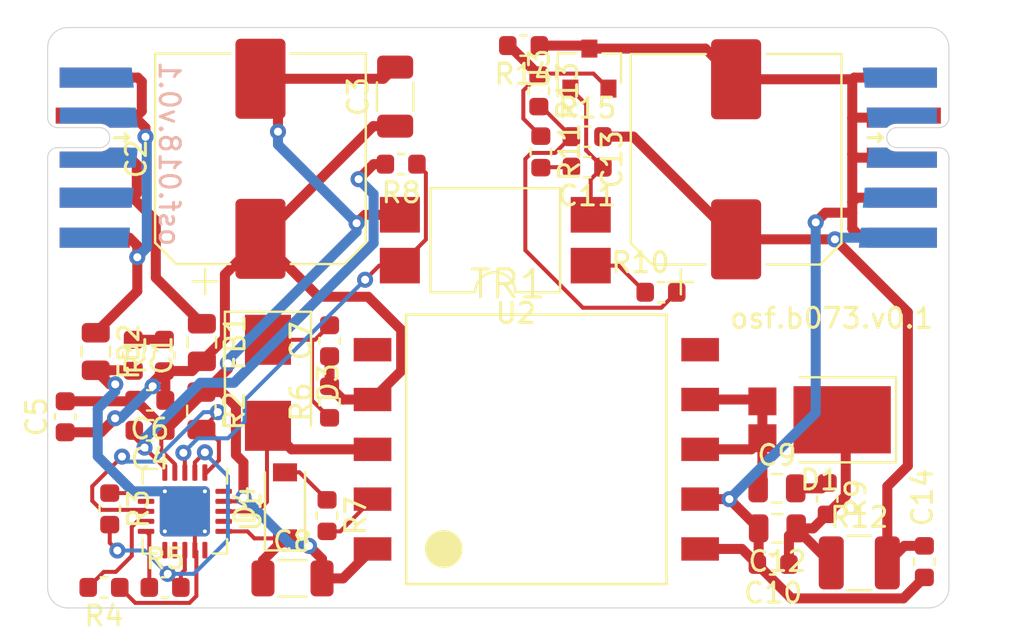
<source format=kicad_pcb>
(kicad_pcb (version 20211014) (generator pcbnew)
  (layers (0 "F.Cu" signal) (31 "B.Cu" signal) (34 "B.Paste" user) (35 "F.Paste" user) (36 "B.SilkS" user "B.Silkscreen") (37 "F.SilkS" user "F.Silkscreen") (38 "B.Mask" user) (39 "F.Mask" user) (44 "Edge.Cuts" user))
  (net 0 "")
  (net 1 "GND")
  (net 2 "Net-(C1-Pad1)")
  (net 3 "Net-(C1-Pad2)")
  (net 4 "/dcdc/48V")
  (net 5 "Net-(C2-Pad1)")
  (net 12 "/dcdc/GND2")
  (net 15 "/dcdc/5V")
  (net 18 "VSS")
  (net 19 "VDD")
  (net 20 "Net-(C7-Pad2)")
  (net 21 "Net-(C8-Pad1)")
  (net 22 "Net-(C9-Pad1)")
  (net 23 "Net-(C9-Pad2)")
  (net 24 "Net-(C10-Pad1)")
  (net 25 "Net-(C11-Pad1)")
  (net 26 "Net-(C11-Pad2)")
  (net 27 "Net-(R2-Pad2)")
  (net 28 "Net-(R3-Pad1)")
  (net 29 "Net-(R3-Pad2)")
  (net 30 "Net-(R4-Pad2)")
  (net 31 "Net-(R5-Pad1)")
  (net 32 "Net-(D4-Pad2)")
  (net 33 "Net-(R7-Pad2)")
  (net 34 "/dcdc/erout")
  (net 35 "Net-(R10-Pad1)")
  (net 36 "Net-(R10-Pad2)")
  (net 37 "Net-(R11-Pad1)")
  (net 38 "Net-(D3-Pad2)")
  (footprint "Resistor_SMD:R_0603_1608Metric" (layer "F.Cu") (at 143.95 108.3875 -90)
    (fp_text reference "R7")
    (fp_text value "0R")
  )
  (footprint "Resistor_SMD:R_0603_1608Metric" (layer "F.Cu") (at 154.525 87.1625 -90)
    (fp_text reference "R13")
    (fp_text value "36.5k")
  )
  (footprint "Resistor_SMD:R_0603_1608Metric" (layer "F.Cu") (at 147.65 90.825 180)
    (fp_text reference "R8")
    (fp_text value "4.7k")
  )
  (footprint "Diode_SMD:D_SMB" (layer "F.Cu") (at 141 101.75 -90)
    (fp_text reference "D3")
    (fp_text value "S1B")
  )
  (footprint "Capacitor_SMD:C_0603_1608Metric" (layer "F.Cu") (at 135.1 102.625 180)
    (fp_text reference "C6")
    (fp_text value "10nF")
  )
  (footprint "Inductor_SMD:L_0805_2012Metric" (layer "F.Cu") (at 137.7 99.7375 -90)
    (fp_text reference "FB1")
    (fp_text value "700R")
  )
  (footprint "on_edge:on_edge_2x05_device" (layer "F.Cu") (at 130 90.5 -90)
    (fp_text reference "J1")
    (fp_text value "013_PoE_rectified")
    (fp_line (start -0.5 -0.5) (end -0.5 -2.6) (layer "Edge.Cuts") (width 0.05))
    (fp_line (start 0 0) (end 4 0) (layer "Edge.Cuts") (width 0.05))
    (fp_line (start -4 0) (end -2 0) (layer "Edge.Cuts") (width 0.05))
    (fp_line (start -1.5 -2.6) (end -1.5 -0.5) (layer "Edge.Cuts") (width 0.05))
    (fp_arc (start -1.5 -0.5) (mid -1.646447 -0.146447) (end -2 0) (layer "Edge.Cuts") (width 0.05))
    (fp_arc (start -1.5 -2.6) (mid -1 -3.1) (end -0.5 -2.6) (layer "Edge.Cuts") (width 0.05))
    (fp_arc (start 0 0) (mid -0.353553 -0.146447) (end -0.5 -0.5) (layer "Edge.Cuts") (width 0.05))
  )
  (footprint "parts:EP13_SMT_H_10PIN_(2381)" (layer "F.Cu") (at 154.4 105.075)
    (fp_text reference "TR1")
    (fp_text value "749119950")
  )
  (footprint "Capacitor_SMD:C_0603_1608Metric" (layer "F.Cu") (at 156.9375 90.975 180)
    (fp_text reference "C11")
    (fp_text value "1.5nF")
  )
  (footprint "Capacitor_SMD:C_0805_2012Metric" (layer "F.Cu") (at 166.4375 109.025 180)
    (fp_text reference "C12")
    (fp_text value "100uF")
  )
  (footprint "Resistor_SMD:R_0603_1608Metric" (layer "F.Cu") (at 153.7625 84.9 180)
    (fp_text reference "R14")
    (fp_text value "12.1k")
  )
  (footprint "Resistor_SMD:R_0603_1608Metric" (layer "F.Cu") (at 144.075 102.7125 90)
    (fp_text reference "R6")
    (fp_text value "82k")
  )
  (footprint "Resistor_SMD:R_0603_1608Metric" (layer "F.Cu") (at 160.625 97.225)
    (fp_text reference "R10")
    (fp_text value "360R")
  )
  (footprint "Capacitor_SMD:C_0603_1608Metric" (layer "F.Cu") (at 166.225 110.825 180)
    (fp_text reference "C10")
    (fp_text value "1uF")
  )
  (footprint "Resistor_SMD:R_0603_1608Metric" (layer "F.Cu") (at 135.8625 111.975)
    (fp_text reference "R5")
    (fp_text value "88.7k")
  )
  (footprint "on_edge:on_edge_2x05_host" (layer "F.Cu") (at 175 90.5 -90)
    (fp_text reference "J2")
    (fp_text value "003_power")
    (fp_line (start -4 0) (end -2 0) (layer "Edge.Cuts") (width 0.05))
    (fp_line (start -1.5 0.5) (end -1.5 2.6) (layer "Edge.Cuts") (width 0.05))
    (fp_line (start 0 0) (end 4 0) (layer "Edge.Cuts") (width 0.05))
    (fp_line (start -0.5 2.6) (end -0.5 0.5) (layer "Edge.Cuts") (width 0.05))
    (fp_arc (start -0.5 0.5) (mid -0.353553 0.146447) (end 0 0) (layer "Edge.Cuts") (width 0.05))
    (fp_arc (start -2 0) (mid -1.646447 0.146447) (end -1.5 0.5) (layer "Edge.Cuts") (width 0.05))
    (fp_arc (start -0.5 2.6) (mid -1 3.1) (end -1.5 2.6) (layer "Edge.Cuts") (width 0.05))
  )
  (footprint "Capacitor_SMD:C_1206_3216Metric" (layer "F.Cu") (at 142.225 111.525)
    (fp_text reference "C8")
    (fp_text value "1uF")
  )
  (footprint "Capacitor_SMD:C_0603_1608Metric" (layer "F.Cu") (at 130.875 103.45 90)
    (fp_text reference "C5")
    (fp_text value "100nF")
  )
  (footprint "Package_DFN_QFN:QFN-20-1EP_4x4mm_P0.5mm_EP2.5x2.5mm_ThermalVias" (layer "F.Cu") (at 136.85 108.175 -90)
    (fp_text reference "U1")
    (fp_text value "Si3404")
  )
  (footprint "Resistor_SMD:R_0603_1608Metric" (layer "F.Cu") (at 135.825 100.375 90)
    (fp_text reference "R1")
    (fp_text value "3R")
  )
  (footprint "Resistor_SMD:R_0603_1608Metric" (layer "F.Cu") (at 133.1 108.05 -90)
    (fp_text reference "R3")
    (fp_text value "24.3k")
  )
  (footprint "Capacitor_SMD:CP_Elec_10x10" (layer "F.Cu") (at 164.375 90.5825 90)
    (fp_text reference "C13")
    (fp_text value "560uF")
  )
  (footprint "Resistor_SMD:R_0603_1608Metric" (layer "F.Cu") (at 132.8125 111.975 180)
    (fp_text reference "R4")
    (fp_text value "48.7")
  )
  (footprint "Inductor_SMD:L_0805_2012Metric" (layer "F.Cu") (at 132.4 100.1875 -90)
    (fp_text reference "FB2")
    (fp_text value "700R")
  )
  (footprint "Resistor_SMD:R_0603_1608Metric" (layer "F.Cu") (at 168.925 107.5375 -90)
    (fp_text reference "R9")
    (fp_text value "8.2R")
  )
  (footprint "Capacitor_SMD:C_0603_1608Metric" (layer "F.Cu") (at 134.275 100.375 -90)
    (fp_text reference "C1")
    (fp_text value "100nF")
  )
  (footprint "Capacitor_SMD:C_0603_1608Metric" (layer "F.Cu") (at 135.1125 104.125 180)
    (fp_text reference "C4")
    (fp_text value "100nF")
  )
  (footprint "Capacitor_SMD:C_0603_1608Metric" (layer "F.Cu") (at 173.775 110.6875 -90)
    (fp_text reference "C14")
    (fp_text value "1uF")
  )
  (footprint "Package_TO_SOT_SMD:SOT-23" (layer "F.Cu") (at 157.05 86.05 90)
    (fp_text reference "U3")
    (fp_text value "TLV431")
  )
  (footprint "Capacitor_SMD:C_0603_1608Metric" (layer "F.Cu") (at 144.075 99.65 90)
    (fp_text reference "C7")
    (fp_text value "10nF")
  )
  (footprint "Diode_SMD:D_PowerDI-5" (layer "F.Cu") (at 168.55 103.6 180)
    (fp_text reference "D1")
    (fp_text value "SDT10A45P5")
  )
  (footprint "Package_DIP:SMDIP-4_W9.53mm" (layer "F.Cu") (at 152.35 94.625 180)
    (fp_text reference "U2")
    (fp_text value "FOD817A3SD")
  )
  (footprint "Capacitor_SMD:CP_Elec_10x10" (layer "F.Cu") (at 140.625 90.5575 90)
    (fp_text reference "C2")
    (fp_text value "10uF")
  )
  (footprint "Resistor_SMD:R_0603_1608Metric" (layer "F.Cu") (at 156.9375 89.45)
    (fp_text reference "R15")
    (fp_text value "0R")
  )
  (footprint "Capacitor_SMD:C_0805_2012Metric" (layer "F.Cu") (at 166.4125 107.025)
    (fp_text reference "C9")
    (fp_text value "1.5nF")
  )
  (footprint "Resistor_SMD:R_0805_2012Metric" (layer "F.Cu") (at 137.675 103.15 -90)
    (fp_text reference "R2")
    (fp_text value "0.62R")
  )
  (footprint "Resistor_SMD:R_1210_3225Metric" (layer "F.Cu") (at 170.525 110.75)
    (fp_text reference "R12")
    (fp_text value "0R")
  )
  (footprint "Capacitor_SMD:C_1206_3216Metric" (layer "F.Cu") (at 147.35 87.45 90)
    (fp_text reference "C3")
    (fp_text value "1uF")
  )
  (footprint "Resistor_SMD:R_0603_1608Metric" (layer "F.Cu") (at 154.625 90.2125 -90)
    (fp_text reference "R11")
    (fp_text value "0R")
  )
  (footprint "Diode_SMD:D_SOD-123" (layer "F.Cu") (at 141.85 107.875 90)
    (fp_text reference "D4")
    (fp_text value "1N4148W")
  )
  (gr_line (start 130 86.5) (end 130 85) (layer "Edge.Cuts") (width 0.05))
  (gr_line (start 175 86.5) (end 175 85) (layer "Edge.Cuts") (width 0.05))
  (gr_line (start 174 84) (end 150 84) (layer "Edge.Cuts") (width 0.05))
  (gr_line (start 174.999999 110.499999) (end 175 94.5) (layer "Edge.Cuts") (width 0.05))
  (gr_line (start 173.999999 112.999999) (end 131 113) (layer "Edge.Cuts") (width 0.05))
  (gr_arc (start 130 85) (mid 130.292893 84.292893) (end 131 84) (layer "Edge.Cuts") (width 0.05))
  (gr_line (start 131 84) (end 150 84) (layer "Edge.Cuts") (width 0.05))
  (gr_arc (start 174 84) (mid 174.707107 84.292893) (end 175 85) (layer "Edge.Cuts") (width 0.05))
  (gr_line (start 174.999999 111.999999) (end 174.999999 110.499999) (layer "Edge.Cuts") (width 0.05))
  (gr_line (start 130 112) (end 130 94.5) (layer "Edge.Cuts") (width 0.05))
  (gr_arc (start 174.999999 111.999999) (mid 174.707106 112.707106) (end 173.999999 112.999999) (layer "Edge.Cuts") (width 0.05))
  (gr_arc (start 131 113) (mid 130.292893 112.707107) (end 130 112) (layer "Edge.Cuts") (width 0.05))
  (gr_text "osf.018.v0.1" (at 136.075 90.3 270) (layer "B.SilkS") (effects (font (size 1 1)) (justify mirror)))
  (gr_text "osf.b073.v0.1" (at 169.15 98.525) (layer "F.SilkS") (effects (font (size 1 1))))
  (segment (start 134.475 95.475) (end 134.475 94.9) (width 0.5) (layer "F.Cu") (net 1))
  (segment (start 134.375 88.5) (end 134.883791 89.008791) (width 0.5) (layer "F.Cu") (net 1))
  (segment (start 134.475 97.175) (end 134.475 95.475) (width 0.5) (layer "F.Cu") (net 1))
  (segment (start 134.883791 89.008791) (end 134.883791 89.460549) (width 0.5) (layer "F.Cu") (net 1))
  (segment (start 134.475 94.9) (end 134.075 94.5) (width 0.5) (layer "F.Cu") (net 1))
  (segment (start 134.375 88.5) (end 134.7 88.175) (width 0.5) (layer "F.Cu") (net 1))
  (segment (start 134.7 86.7) (end 134.5 86.5) (width 0.5) (layer "F.Cu") (net 1))
  (segment (start 134.075 94.5) (end 132.35 94.5) (width 0.5) (layer "F.Cu") (net 1))
  (segment (start 134.5 86.5) (end 132.35 86.5) (width 0.5) (layer "F.Cu") (net 1))
  (segment (start 134.7 88.175) (end 134.7 86.7) (width 0.5) (layer "F.Cu") (net 1))
  (segment (start 133.6 88.5) (end 134.375 88.5) (width 0.5) (layer "F.Cu") (net 1))
  (segment (start 132.4 99.25) (end 134.475 97.175) (width 0.5) (layer "F.Cu") (net 1))
  (via (at 134.883791 89.460549) (size 0.8) (drill 0.4) (layers "F.Cu" "B.Cu") (net 1))
  (via (at 134.475 95.475) (size 0.8) (drill 0.4) (layers "F.Cu" "B.Cu") (net 1))
  (segment (start 134.94952 95.00048) (end 134.475 95.475) (width 0.5) (layer "B.Cu") (net 1))
  (segment (start 134.94952 89.526278) (end 134.94952 95.00048) (width 0.5) (layer "B.Cu") (net 1))
  (segment (start 134.883791 89.460549) (end 134.94952 89.526278) (width 0.5) (layer "B.Cu") (net 1))
  (segment (start 134.275 99.6) (end 135.8125 99.6) (width 0.5) (layer "F.Cu") (net 2))
  (segment (start 135.8125 99.6) (end 135.825 99.5875) (width 0.5) (layer "F.Cu") (net 2))
  (segment (start 134.37452 112.74952) (end 137.083424 112.74952) (width 0.2) (layer "F.Cu") (net 3))
  (segment (start 137.35 108.675) (end 136.85 108.175) (width 0.2) (layer "F.Cu") (net 3))
  (segment (start 134.25 101.125) (end 134.275 101.15) (width 0.5) (layer "F.Cu") (net 3))
  (segment (start 137.35 110.1125) (end 137.35 108.675) (width 0.2) (layer "F.Cu") (net 3))
  (segment (start 137.083424 112.74952) (end 137.42548 112.407464) (width 0.2) (layer "F.Cu") (net 3))
  (segment (start 137.42548 110.18798) (end 137.35 110.1125) (width 0.2) (layer "F.Cu") (net 3))
  (segment (start 133.6 111.975) (end 134.37452 112.74952) (width 0.2) (layer "F.Cu") (net 3))
  (segment (start 133.374051 101.8255) (end 133.1005 101.8255) (width 0.5) (layer "F.Cu") (net 3))
  (segment (start 133.1005 101.8255) (end 132.4 101.125) (width 0.5) (layer "F.Cu") (net 3))
  (segment (start 132.4 101.125) (end 134.25 101.125) (width 0.5) (layer "F.Cu") (net 3))
  (segment (start 137.42548 112.407464) (end 137.42548 110.18798) (width 0.2) (layer "F.Cu") (net 3))
  (via (at 133.374051 101.8255) (size 0.8) (drill 0.4) (layers "F.Cu" "B.Cu") (net 3))
  (segment (start 135.85 107.175) (end 134.248609 107.175) (width 0.5) (layer "B.Cu") (net 3))
  (segment (start 132.5 103.05) (end 133.374051 102.175949) (width 0.5) (layer "B.Cu") (net 3))
  (segment (start 132.5 105.426391) (end 132.5 103.05) (width 0.5) (layer "B.Cu") (net 3))
  (segment (start 133.374051 102.175949) (end 133.374051 101.8255) (width 0.5) (layer "B.Cu") (net 3))
  (segment (start 134.248609 107.175) (end 132.5 105.426391) (width 0.5) (layer "B.Cu") (net 3))
  (segment (start 134.45 90.85) (end 134.45 92.3) (width 0.5) (layer "F.Cu") (net 4))
  (segment (start 134.25 92.5) (end 132.35 92.5) (width 0.5) (layer "F.Cu") (net 4))
  (segment (start 135.4 93.65) (end 134.25 92.5) (width 0.5) (layer "F.Cu") (net 4))
  (segment (start 133.6 90.5) (end 134.1 90.5) (width 0.5) (layer "F.Cu") (net 4))
  (segment (start 137.7 98.8) (end 135.4 96.5) (width 0.5) (layer "F.Cu") (net 4))
  (segment (start 135.4 96.5) (end 135.4 93.65) (width 0.5) (layer "F.Cu") (net 4))
  (segment (start 134.1 90.5) (end 134.45 90.85) (width 0.5) (layer "F.Cu") (net 4))
  (segment (start 134.45 92.3) (end 134.25 92.5) (width 0.5) (layer "F.Cu") (net 4))
  (segment (start 147.35 88.925) (end 146.2575 88.925) (width 0.5) (layer "F.Cu") (net 5))
  (segment (start 144.075 100.425) (end 144.075 101.925) (width 0.5) (layer "F.Cu") (net 5))
  (segment (start 135.24061 101.74689) (end 135.825 101.1625) (width 0.5) (layer "F.Cu") (net 5))
  (segment (start 144.7358 102.5858) (end 144.075 101.925) (width 0.5) (layer "F.Cu") (net 5))
  (segment (start 132.663439 104.225) (end 130.875 104.225) (width 0.5) (layer "F.Cu") (net 5))
  (segment (start 140.625 94.5575) (end 143.517011 97.449511) (width 0.5) (layer "F.Cu") (net 5))
  (segment (start 147.65 101.157) (end 146.2212 102.5858) (width 0.5) (layer "F.Cu") (net 5))
  (segment (start 135.875 101.2125) (end 135.825 101.1625) (width 0.5) (layer "F.Cu") (net 5))
  (segment (start 147.65 99.102378) (end 147.65 101.157) (width 0.5) (layer "F.Cu") (net 5))
  (segment (start 138.84952 96.33298) (end 140.625 94.5575) (width 0.5) (layer "F.Cu") (net 5))
  (segment (start 135.875 102.625) (end 135.875 101.2125) (width 0.5) (layer "F.Cu") (net 5))
  (segment (start 135.825 101.1625) (end 137.2125 101.1625) (width 0.5) (layer "F.Cu") (net 5))
  (segment (start 137.7 100.675) (end 138.84952 99.52548) (width 0.5) (layer "F.Cu") (net 5))
  (segment (start 145.997133 97.449511) (end 147.65 99.102378) (width 0.5) (layer "F.Cu") (net 5))
  (segment (start 143.517011 97.449511) (end 145.997133 97.449511) (width 0.5) (layer "F.Cu") (net 5))
  (segment (start 146.2212 102.5858) (end 144.7358 102.5858) (width 0.5) (layer "F.Cu") (net 5))
  (segment (start 133.363939 103.5245) (end 132.663439 104.225) (width 0.5) (layer "F.Cu") (net 5))
  (segment (start 137.2125 101.1625) (end 137.7 100.675) (width 0.5) (layer "F.Cu") (net 5))
  (segment (start 138.84952 99.52548) (end 138.84952 96.33298) (width 0.5) (layer "F.Cu") (net 5))
  (segment (start 146.2575 88.925) (end 140.625 94.5575) (width 0.5) (layer "F.Cu") (net 5))
  (segment (start 135.24061 101.924602) (end 135.24061 101.74689) (width 0.5) (layer "F.Cu") (net 5))
  (via (at 135.24061 101.924602) (size 0.8) (drill 0.4) (layers "F.Cu" "B.Cu") (net 5))
  (via (at 133.363939 103.5245) (size 0.8) (drill 0.4) (layers "F.Cu" "B.Cu") (net 5))
  (segment (start 133.640712 103.5245) (end 135.24061 101.924602) (width 0.5) (layer "B.Cu") (net 5))
  (segment (start 133.363939 103.5245) (end 133.640712 103.5245) (width 0.5) (layer "B.Cu") (net 5))
  (segment (start 172.65 94.5) (end 170.625 94.5) (width 0.5) (layer "F.Cu") (net 12))
  (segment (start 170.175 93.25) (end 170.175 92.725) (width 0.5) (layer "F.Cu") (net 12))
  (segment (start 170.35 90.5) (end 170.175 90.325) (width 0.5) (layer "F.Cu") (net 12))
  (segment (start 156.9 84.9) (end 157.05 85.05) (width 0.5) (layer "F.Cu") (net 12))
  (segment (start 165.5 109.025) (end 165.5 110.7625) (width 0.5) (layer "F.Cu") (net 12))
  (segment (start 165.5 110.7625) (end 165.4375 110.825) (width 0.5) (layer "F.Cu") (net 12))
  (segment (start 164.0392 107.5642) (end 165.5 109.025) (width 0.5) (layer "F.Cu") (net 12))
  (segment (start 170.175 90.325) (end 170.175 88.525) (width 0.5) (layer "F.Cu") (net 12))
  (segment (start 157.05 85.05) (end 162.8425 85.05) (width 0.5) (layer "F.Cu") (net 12))
  (segment (start 170.175 88.525) (end 170.175 86.6) (width 0.5) (layer "F.Cu") (net 12))
  (segment (start 171.4 88.5) (end 170.2 88.5) (width 0.5) (layer "F.Cu") (net 12))
  (segment (start 170.1575 86.5825) (end 170.175 86.6) (width 0.5) (layer "F.Cu") (net 12))
  (segment (start 172.65 92.5) (end 170.4 92.5) (width 0.5) (layer "F.Cu") (net 12))
  (segment (start 172.72548 112.52452) (end 167.13702 112.52452) (width 0.5) (layer "F.Cu") (net 12))
  (segment (start 170.4 92.5) (end 170.175 92.725) (width 0.5) (layer "F.Cu") (net 12))
  (segment (start 171.4 90.5) (end 170.35 90.5) (width 0.5) (layer "F.Cu") (net 12))
  (segment (start 167.13702 112.52452) (end 165.4375 110.825) (width 0.5) (layer "F.Cu") (net 12))
  (segment (start 162.8425 85.05) (end 164.375 86.5825) (width 0.5) (layer "F.Cu") (net 12))
  (segment (start 154.55 84.9) (end 156.9 84.9) (width 0.5) (layer "F.Cu") (net 12))
  (segment (start 170.625 94.5) (end 170.175 94.05) (width 0.5) (layer "F.Cu") (net 12))
  (segment (start 170.2 88.5) (end 170.175 88.525) (width 0.5) (layer "F.Cu") (net 12))
  (segment (start 170.175 86.6) (end 170.275 86.5) (width 0.5) (layer "F.Cu") (net 12))
  (segment (start 164.6659 110.0534) (end 165.4375 110.825) (width 0.5) (layer "F.Cu") (net 12))
  (segment (start 170.175 92.725) (end 170.175 90.325) (width 0.5) (layer "F.Cu") (net 12))
  (segment (start 170.275 86.5) (end 172.65 86.5) (width 0.5) (layer "F.Cu") (net 12))
  (segment (start 164.375 86.5825) (end 170.1575 86.5825) (width 0.5) (layer "F.Cu") (net 12))
  (segment (start 173.775 111.475) (end 172.72548 112.52452) (width 0.5) (layer "F.Cu") (net 12))
  (segment (start 170.175 94.05) (end 170.175 93.25) (width 0.5) (layer "F.Cu") (net 12))
  (segment (start 170.175 93.25) (end 168.833 93.25) (width 0.5) (layer "F.Cu") (net 12))
  (segment (start 162.5788 110.0534) (end 164.6659 110.0534) (width 0.5) (layer "F.Cu") (net 12))
  (segment (start 168.833 93.25) (end 168.35 93.733) (width 0.5) (layer "F.Cu") (net 12))
  (segment (start 162.5788 107.5642) (end 164.0392 107.5642) (width 0.5) (layer "F.Cu") (net 12))
  (via (at 164.0392 107.5642) (size 0.8) (drill 0.4) (layers "F.Cu" "B.Cu") (net 12))
  (via (at 168.35 93.733) (size 0.8) (drill 0.4) (layers "F.Cu" "B.Cu") (net 12))
  (segment (start 168.35 93.733) (end 168.35 103.2534) (width 0.5) (layer "B.Cu") (net 12))
  (segment (start 168.35 103.2534) (end 164.0392 107.5642) (width 0.5) (layer "B.Cu") (net 12))
  (segment (start 171.925 106.925) (end 172.95 105.9) (width 0.5) (layer "F.Cu") (net 15))
  (segment (start 157.725 89.45) (end 159.2425 89.45) (width 0.5) (layer "F.Cu") (net 15))
  (segment (start 172.95 98.225) (end 169.3075 94.5825) (width 0.5) (layer "F.Cu") (net 15))
  (segment (start 173.775 109.9) (end 172.775 109.9) (width 0.5) (layer "F.Cu") (net 15))
  (segment (start 172.95 105.9) (end 172.95 98.225) (width 0.5) (layer "F.Cu") (net 15))
  (segment (start 172.775 109.9) (end 171.925 110.75) (width 0.5) (layer "F.Cu") (net 15))
  (segment (start 171.925 110.75) (end 171.925 106.925) (width 0.5) (layer "F.Cu") (net 15))
  (segment (start 159.2425 89.45) (end 164.375 94.5825) (width 0.5) (layer "F.Cu") (net 15))
  (segment (start 169.3075 94.5825) (end 164.375 94.5825) (width 0.5) (layer "F.Cu") (net 15))
  (via (at 169.3075 94.5825) (size 0.8) (drill 0.4) (layers "F.Cu" "B.Cu") (net 15))
  (segment (start 169.39 94.5) (end 169.3075 94.5825) (width 0.5) (layer "B.Cu") (net 15))
  (segment (start 172.5 94.5) (end 169.39 94.5) (width 0.5) (layer "B.Cu") (net 15))
  (segment (start 138.9995 101.055931) (end 137.842931 102.2125) (width 0.5) (layer "F.Cu") (net 18))
  (segment (start 130.875 102.675) (end 134.275 102.675) (width 0.5) (layer "F.Cu") (net 18))
  (segment (start 145.845 93.355) (end 145.425 93.775) (width 0.5) (layer "F.Cu") (net 18))
  (segment (start 143.7 111.525) (end 143.7 110.550498) (width 0.5) (layer "F.Cu") (net 18))
  (segment (start 146.7675 86.5575) (end 147.35 85.975) (width 0.5) (layer "F.Cu") (net 18))
  (segment (start 135.675 104.35) (end 135.9 104.125) (width 0.2) (layer "F.Cu") (net 18))
  (segment (start 139.4 102.921997) (end 139.4 105.349511) (width 0.5) (layer "F.Cu") (net 18))
  (segment (start 136.35 105.813027) (end 135.675 105.138027) (width 0.2) (layer "F.Cu") (net 18))
  (segment (start 141.5 87.4325) (end 140.625 86.5575) (width 0.5) (layer "F.Cu") (net 18))
  (segment (start 137.675 102.2125) (end 138.690503 102.2125) (width 0.5) (layer "F.Cu") (net 18))
  (segment (start 140.625 86.5575) (end 146.7675 86.5575) (width 0.5) (layer "F.Cu") (net 18))
  (segment (start 134.4 102.625) (end 135.9 104.125) (width 0.5) (layer "F.Cu") (net 18))
  (segment (start 138.9995 100.775) (end 138.9995 101.055931) (width 0.5) (layer "F.Cu") (net 18))
  (segment (start 141.5 89.2) (end 141.5 87.4325) (width 0.5) (layer "F.Cu") (net 18))
  (segment (start 139.775 105.724511) (end 139.775 107.4755) (width 0.5) (layer "F.Cu") (net 18))
  (segment (start 138.690503 102.2125) (end 139.4 102.921997) (width 0.5) (layer "F.Cu") (net 18))
  (segment (start 139.5755 107.675) (end 139.775 107.4755) (width 0.2) (layer "F.Cu") (net 18))
  (segment (start 137.842931 102.2125) (end 137.675 102.2125) (width 0.5) (layer "F.Cu") (net 18))
  (segment (start 143.7 110.550498) (end 143.049502 109.9) (width 0.5) (layer "F.Cu") (net 18))
  (segment (start 134.275 102.675) (end 134.325 102.625) (width 0.5) (layer "F.Cu") (net 18))
  (segment (start 137.675 102.35) (end 135.9 104.125) (width 0.5) (layer "F.Cu") (net 18))
  (segment (start 139.4 105.349511) (end 139.775 105.724511) (width 0.5) (layer "F.Cu") (net 18))
  (segment (start 137.675 102.2125) (end 137.675 102.35) (width 0.5) (layer "F.Cu") (net 18))
  (segment (start 135.675 105.138027) (end 135.675 104.35) (width 0.2) (layer "F.Cu") (net 18))
  (segment (start 147.585 93.355) (end 145.845 93.355) (width 0.5) (layer "F.Cu") (net 18))
  (segment (start 143.7 111.525) (end 144.7496 111.525) (width 0.5) (layer "F.Cu") (net 18))
  (segment (start 134.325 102.625) (end 134.4 102.625) (width 0.5) (layer "F.Cu") (net 18))
  (segment (start 136.35 106.2375) (end 136.35 105.813027) (width 0.2) (layer "F.Cu") (net 18))
  (segment (start 138.7875 107.675) (end 139.5755 107.675) (width 0.2) (layer "F.Cu") (net 18))
  (segment (start 144.7496 111.525) (end 146.2212 110.0534) (width 0.5) (layer "F.Cu") (net 18))
  (via (at 141.5 89.2) (size 0.8) (drill 0.4) (layers "F.Cu" "B.Cu") (net 18))
  (via (at 145.425 93.775) (size 0.8) (drill 0.4) (layers "F.Cu" "B.Cu") (net 18))
  (via (at 138.9995 100.775) (size 0.8) (drill 0.4) (layers "F.Cu" "B.Cu") (net 18))
  (via (at 143.049502 109.9) (size 0.8) (drill 0.4) (layers "F.Cu" "B.Cu") (net 18))
  (via (at 139.775 107.4755) (size 0.8) (drill 0.4) (layers "F.Cu" "B.Cu") (net 18))
  (segment (start 141.5 89.85) (end 141.5 89.2) (width 0.5) (layer "B.Cu") (net 18))
  (segment (start 142.1995 109.9) (end 139.775 107.4755) (width 0.5) (layer "B.Cu") (net 18))
  (segment (start 138.9995 100.6255) (end 145.425 94.2) (width 0.5) (layer "B.Cu") (net 18))
  (segment (start 145.425 94.2) (end 145.425 93.775) (width 0.5) (layer "B.Cu") (net 18))
  (segment (start 138.9995 100.775) (end 138.9995 100.6255) (width 0.5) (layer "B.Cu") (net 18))
  (segment (start 143.049502 109.9) (end 142.1995 109.9) (width 0.5) (layer "B.Cu") (net 18))
  (segment (start 145.425 93.775) (end 141.5 89.85) (width 0.5) (layer "B.Cu") (net 18))
  (segment (start 146.275 90.825) (end 145.525 91.575) (width 0.5) (layer "F.Cu") (net 19))
  (segment (start 135.85 106.2375) (end 135.85 106) (width 0.2) (layer "F.Cu") (net 19))
  (segment (start 134.325 104.475) (end 134.325 104.125) (width 0.2) (layer "F.Cu") (net 19))
  (segment (start 135.85 106) (end 134.8375 104.9875) (width 0.2) (layer "F.Cu") (net 19))
  (segment (start 146.8625 90.825) (end 146.275 90.825) (width 0.5) (layer "F.Cu") (net 19))
  (segment (start 134.8375 104.9875) (end 134.325 104.475) (width 0.2) (layer "F.Cu") (net 19))
  (via (at 134.8375 104.9875) (size 0.8) (drill 0.4) (layers "F.Cu" "B.Cu") (net 19))
  (via (at 145.525 91.575) (size 0.8) (drill 0.4) (layers "F.Cu" "B.Cu") (net 19))
  (segment (start 139.299881 101.75) (end 137.625 101.75) (width 0.5) (layer "B.Cu") (net 19))
  (segment (start 146.274511 94.77537) (end 139.299881 101.75) (width 0.5) (layer "B.Cu") (net 19))
  (segment (start 145.525 91.575) (end 146.274511 92.324511) (width 0.5) (layer "B.Cu") (net 19))
  (segment (start 134.8375 104.5375) (end 134.8375 104.9875) (width 0.5) (layer "B.Cu") (net 19))
  (segment (start 137.625 101.75) (end 134.8375 104.5375) (width 0.5) (layer "B.Cu") (net 19))
  (segment (start 146.274511 92.324511) (end 146.274511 94.77537) (width 0.5) (layer "B.Cu") (net 19))
  (segment (start 143.2 102.625) (end 143.2 99.6) (width 0.2) (layer "F.Cu") (net 20))
  (segment (start 144.075 103.5) (end 143.2 102.625) (width 0.2) (layer "F.Cu") (net 20))
  (segment (start 143.35 99.6) (end 144.075 98.875) (width 0.2) (layer "F.Cu") (net 20))
  (segment (start 143.2 99.6) (end 143.35 99.6) (width 0.2) (layer "F.Cu") (net 20))
  (segment (start 141 99.6) (end 143.2 99.6) (width 0.2) (layer "F.Cu") (net 20))
  (segment (start 138.7875 109.175) (end 139.975 109.175) (width 0.2) (layer "F.Cu") (net 21))
  (segment (start 140.75 110.625) (end 141.85 109.525) (width 0.5) (layer "F.Cu") (net 21))
  (segment (start 139.975 109.175) (end 140.325 109.525) (width 0.2) (layer "F.Cu") (net 21))
  (segment (start 140.75 111.525) (end 140.75 110.625) (width 0.5) (layer "F.Cu") (net 21))
  (segment (start 140.325 109.525) (end 141.85 109.525) (width 0.2) (layer "F.Cu") (net 21))
  (segment (start 165.688 106.812) (end 165.475 107.025) (width 0.5) (layer "F.Cu") (net 22))
  (segment (start 165.133 105.075) (end 165.688 104.52) (width 0.5) (layer "F.Cu") (net 22))
  (segment (start 162.5788 105.075) (end 165.133 105.075) (width 0.5) (layer "F.Cu") (net 22))
  (segment (start 162.5788 102.5858) (end 165.5938 102.5858) (width 0.5) (layer "F.Cu") (net 22))
  (segment (start 165.688 104.52) (end 165.688 106.812) (width 0.5) (layer "F.Cu") (net 22))
  (segment (start 165.5938 102.5858) (end 165.688 102.68) (width 0.5) (layer "F.Cu") (net 22))
  (segment (start 165.688 102.68) (end 165.688 104.52) (width 0.5) (layer "F.Cu") (net 22))
  (segment (start 167.35 107.025) (end 168.65 107.025) (width 0.5) (layer "F.Cu") (net 23))
  (segment (start 168.65 107.025) (end 168.925 106.75) (width 0.5) (layer "F.Cu") (net 23))
  (segment (start 167.0125 109.3875) (end 167.375 109.025) (width 0.5) (layer "F.Cu") (net 24))
  (segment (start 167.0125 110.825) (end 167.0125 109.3875) (width 0.5) (layer "F.Cu") (net 24))
  (segment (start 169.84952 103.77952) (end 169.67 103.6) (width 0.5) (layer "F.Cu") (net 24))
  (segment (start 169.84952 107.40048) (end 169.84952 103.77952) (width 0.5) (layer "F.Cu") (net 24))
  (segment (start 169.1 110.75) (end 167.375 109.025) (width 0.5) (layer "F.Cu") (net 24))
  (segment (start 168.225 109.025) (end 168.925 108.325) (width 0.5) (layer "F.Cu") (net 24))
  (segment (start 167.375 109.025) (end 168.225 109.025) (width 0.5) (layer "F.Cu") (net 24))
  (segment (start 169.125 110.75) (end 169.1 110.75) (width 0.5) (layer "F.Cu") (net 24))
  (segment (start 168.925 108.325) (end 169.84952 107.40048) (width 0.5) (layer "F.Cu") (net 24))
  (segment (start 157.115 93.355) (end 157.115 91.585) (width 0.2) (layer "F.Cu") (net 25))
  (segment (start 156.88702 87.83702) (end 156.1 87.05) (width 0.2) (layer "F.Cu") (net 25))
  (segment (start 157.725 90.975) (end 156.88702 90.13702) (width 0.2) (layer "F.Cu") (net 25))
  (segment (start 157.115 91.585) (end 157.725 90.975) (width 0.2) (layer "F.Cu") (net 25))
  (segment (start 156.88702 90.13702) (end 156.88702 87.83702) (width 0.2) (layer "F.Cu") (net 25))
  (segment (start 154.65 90.975) (end 154.625 91) (width 0.2) (layer "F.Cu") (net 26))
  (segment (start 156.15 90.975) (end 154.65 90.975) (width 0.2) (layer "F.Cu") (net 26))
  (segment (start 134.83798 108.10048) (end 132.67548 108.10048) (width 0.2) (layer "F.Cu") (net 27))
  (segment (start 138.494068 103.217456) (end 138.494068 103.268432) (width 0.2) (layer "F.Cu") (net 27))
  (segment (start 138.494068 103.268432) (end 137.675 104.0875) (width 0.2) (layer "F.Cu") (net 27))
  (segment (start 138.55 105.625) (end 138.55 104.675) (width 0.2) (layer "F.Cu") (net 27))
  (segment (start 134.9125 108.175) (end 134.83798 108.10048) (width 0.2) (layer "F.Cu") (net 27))
  (segment (start 138.175 104.3) (end 137.675 104.3) (width 0.2) (layer "F.Cu") (net 27))
  (segment (start 137.85 106.2375) (end 137.9375 106.2375) (width 0.2) (layer "F.Cu") (net 27))
  (segment (start 138.55 104.675) (end 138.175 104.3) (width 0.2) (layer "F.Cu") (net 27))
  (segment (start 132.225 106.925) (end 133.712492 105.437508) (width 0.2) (layer "F.Cu") (net 27))
  (segment (start 132.225 107.65) (end 132.225 106.925) (width 0.2) (layer "F.Cu") (net 27))
  (segment (start 137.9375 106.2375) (end 138.55 105.625) (width 0.2) (layer "F.Cu") (net 27))
  (segment (start 132.67548 108.10048) (end 132.225 107.65) (width 0.2) (layer "F.Cu") (net 27))
  (via (at 133.712492 105.437508) (size 0.8) (drill 0.4) (layers "F.Cu" "B.Cu") (net 27))
  (via (at 138.494068 103.217456) (size 0.8) (drill 0.4) (layers "F.Cu" "B.Cu") (net 27))
  (segment (start 135.312989 105.687011) (end 133.961995 105.687011) (width 0.2) (layer "B.Cu") (net 27))
  (segment (start 133.961995 105.687011) (end 133.712492 105.437508) (width 0.2) (layer "B.Cu") (net 27))
  (segment (start 137.782544 103.217456) (end 135.312989 105.687011) (width 0.2) (layer "B.Cu") (net 27))
  (segment (start 138.494068 103.217456) (end 137.782544 103.217456) (width 0.2) (layer "B.Cu") (net 27))
  (segment (start 133.1 107.2625) (end 134.2375 107.2625) (width 0.2) (layer "F.Cu") (net 28))
  (segment (start 134.325 107.175) (end 134.9125 107.175) (width 0.2) (layer "F.Cu") (net 28))
  (segment (start 134.2375 107.2625) (end 134.325 107.175) (width 0.2) (layer "F.Cu") (net 28))
  (segment (start 133.1 109.75) (end 133.480378 110.130378) (width 0.2) (layer "F.Cu") (net 29))
  (segment (start 137.35 105.7255) (end 137.35 106.2375) (width 0.2) (layer "F.Cu") (net 29))
  (segment (start 135.995394 111.297764) (end 135.995394 111.320394) (width 0.2) (layer "F.Cu") (net 29))
  (segment (start 137.8505 105.225) (end 137.35 105.7255) (width 0.2) (layer "F.Cu") (net 29))
  (segment (start 135.995394 111.320394) (end 136.65 111.975) (width 0.2) (layer "F.Cu") (net 29))
  (segment (start 133.1 108.8375) (end 133.1 109.75) (width 0.2) (layer "F.Cu") (net 29))
  (segment (start 136.85 111.1) (end 136.85 110.1125) (width 0.2) (layer "F.Cu") (net 29))
  (segment (start 136.65 111.975) (end 136.65 111.3) (width 0.2) (layer "F.Cu") (net 29))
  (segment (start 136.65 111.3) (end 136.85 111.1) (width 0.2) (layer "F.Cu") (net 29))
  (via (at 133.480378 110.130378) (size 0.8) (drill 0.4) (layers "F.Cu" "B.Cu") (net 29))
  (via (at 135.995394 111.297764) (size 0.8) (drill 0.4) (layers "F.Cu" "B.Cu") (net 29))
  (via (at 137.8505 105.225) (size 0.8) (drill 0.4) (layers "F.Cu" "B.Cu") (net 29))
  (segment (start 139 109.6) (end 137.302236 111.297764) (width 0.2) (layer "B.Cu") (net 29))
  (segment (start 137.8505 105.225) (end 137.8505 105.2755) (width 0.2) (layer "B.Cu") (net 29))
  (segment (start 137.8505 105.2755) (end 139 106.425) (width 0.2) (layer "B.Cu") (net 29))
  (segment (start 137.302236 111.297764) (end 135.995394 111.297764) (width 0.2) (layer "B.Cu") (net 29))
  (segment (start 139 106.425) (end 139 109.6) (width 0.2) (layer "B.Cu") (net 29))
  (segment (start 133.480378 110.130378) (end 134.828008 110.130378) (width 0.2) (layer "B.Cu") (net 29))
  (segment (start 134.828008 110.130378) (end 135.995394 111.297764) (width 0.2) (layer "B.Cu") (net 29))
  (segment (start 132.8 111.2) (end 132.025 111.975) (width 0.2) (layer "F.Cu") (net 30))
  (segment (start 134.2 108.95) (end 134.2 110.4) (width 0.2) (layer "F.Cu") (net 30))
  (segment (start 133.4 111.2) (end 132.8 111.2) (width 0.2) (layer "F.Cu") (net 30))
  (segment (start 134.2 110.4) (end 133.4 111.2) (width 0.2) (layer "F.Cu") (net 30))
  (segment (start 134.9125 108.675) (end 134.475 108.675) (width 0.2) (layer "F.Cu") (net 30))
  (segment (start 134.475 108.675) (end 134.2 108.95) (width 0.2) (layer "F.Cu") (net 30))
  (segment (start 135.075 111.975) (end 135.075 109.3375) (width 0.2) (layer "F.Cu") (net 31))
  (segment (start 135.075 109.3375) (end 134.9125 109.175) (width 0.2) (layer "F.Cu") (net 31))
  (segment (start 141.85 106.225) (end 142.575 106.225) (width 0.2) (layer "F.Cu") (net 32))
  (segment (start 142.575 106.225) (end 143.95 107.6) (width 0.2) (layer "F.Cu") (net 32))
  (segment (start 143.95 109.175) (end 144.6104 109.175) (width 0.2) (layer "F.Cu") (net 33))
  (segment (start 144.6104 109.175) (end 146.2212 107.5642) (width 0.2) (layer "F.Cu") (net 33))
  (segment (start 146.555 95.895) (end 145.85 96.6) (width 0.2) (layer "F.Cu") (net 34))
  (segment (start 148.4375 90.825) (end 148.884511 91.272011) (width 0.2) (layer "F.Cu") (net 34))
  (segment (start 148.884511 94.595489) (end 147.585 95.895) (width 0.2) (layer "F.Cu") (net 34))
  (segment (start 148.884511 91.272011) (end 148.884511 94.595489) (width 0.2) (layer "F.Cu") (net 34))
  (segment (start 147.585 95.895) (end 146.555 95.895) (width 0.2) (layer "F.Cu") (net 34))
  (segment (start 136.85 106.2375) (end 136.85 105.323784) (width 0.2) (layer "F.Cu") (net 34))
  (segment (start 136.85 105.323784) (end 136.775608 105.249392) (width 0.2) (layer "F.Cu") (net 34))
  (via (at 136.775608 105.249392) (size 0.8) (drill 0.4) (layers "F.Cu" "B.Cu") (net 34))
  (via (at 145.85 96.6) (size 0.8) (drill 0.4) (layers "F.Cu" "B.Cu") (net 34))
  (segment (start 139.835349 103.689651) (end 139.835349 102.614651) (width 0.2) (layer "B.Cu") (net 34))
  (segment (start 136.775608 105.249392) (end 137.499511 104.525489) (width 0.2) (layer "B.Cu") (net 34))
  (segment (start 138.999511 104.525489) (end 139.835349 103.689651) (width 0.2) (layer "B.Cu") (net 34))
  (segment (start 139.835349 102.614651) (end 145.85 96.6) (width 0.2) (layer "B.Cu") (net 34))
  (segment (start 137.499511 104.525489) (end 138.999511 104.525489) (width 0.2) (layer "B.Cu") (net 34))
  (segment (start 158.5075 95.895) (end 159.8375 97.225) (width 0.2) (layer "F.Cu") (net 35))
  (segment (start 157.115 95.895) (end 158.5075 95.895) (width 0.2) (layer "F.Cu") (net 35))
  (segment (start 154.154076 90.26298) (end 153.85048 90.566576) (width 0.2) (layer "F.Cu") (net 36))
  (segment (start 156.15 89.45) (end 155.33702 90.26298) (width 0.2) (layer "F.Cu") (net 36))
  (segment (start 160.63798 97.99952) (end 161.4125 97.225) (width 0.2) (layer "F.Cu") (net 36))
  (segment (start 154.525 87.95) (end 154.65 87.95) (width 0.2) (layer "F.Cu") (net 36))
  (segment (start 155.33702 90.26298) (end 154.154076 90.26298) (width 0.2) (layer "F.Cu") (net 36))
  (segment (start 153.85048 95.12548) (end 156.72452 97.99952) (width 0.2) (layer "F.Cu") (net 36))
  (segment (start 154.65 87.95) (end 156.15 89.45) (width 0.2) (layer "F.Cu") (net 36))
  (segment (start 153.85048 90.566576) (end 153.85048 95.12548) (width 0.2) (layer "F.Cu") (net 36))
  (segment (start 156.72452 97.99952) (end 160.63798 97.99952) (width 0.2) (layer "F.Cu") (net 36))
  (segment (start 158 87.05) (end 157.250489 86.300489) (width 0.2) (layer "F.Cu") (net 37))
  (segment (start 153.75048 88.55048) (end 153.75048 87.14952) (width 0.2) (layer "F.Cu") (net 37))
  (segment (start 152.975 84.9) (end 153.05 84.9) (width 0.5) (layer "F.Cu") (net 37))
  (segment (start 153.75048 87.14952) (end 154.525 86.375) (width 0.2) (layer "F.Cu") (net 37))
  (segment (start 154.599511 86.300489) (end 154.525 86.375) (width 0.2) (layer "F.Cu") (net 37))
  (segment (start 153.05 84.9) (end 154.525 86.375) (width 0.5) (layer "F.Cu") (net 37))
  (segment (start 154.625 89.425) (end 153.75048 88.55048) (width 0.2) (layer "F.Cu") (net 37))
  (segment (start 157.250489 86.300489) (end 154.599511 86.300489) (width 0.2) (layer "F.Cu") (net 37))
  (segment (start 140.475 108.175) (end 140.950489 107.699511) (width 0.2) (layer "F.Cu") (net 38))
  (segment (start 140.950489 103.949511) (end 141 103.9) (width 0.2) (layer "F.Cu") (net 38))
  (segment (start 142.175 105.075) (end 141 103.9) (width 0.5) (layer "F.Cu") (net 38))
  (segment (start 138.7875 108.175) (end 140.475 108.175) (width 0.2) (layer "F.Cu") (net 38))
  (segment (start 146.2212 105.075) (end 142.175 105.075) (width 0.5) (layer "F.Cu") (net 38))
  (segment (start 140.950489 107.699511) (end 140.950489 103.949511) (width 0.2) (layer "F.Cu") (net 38))
)
</source>
